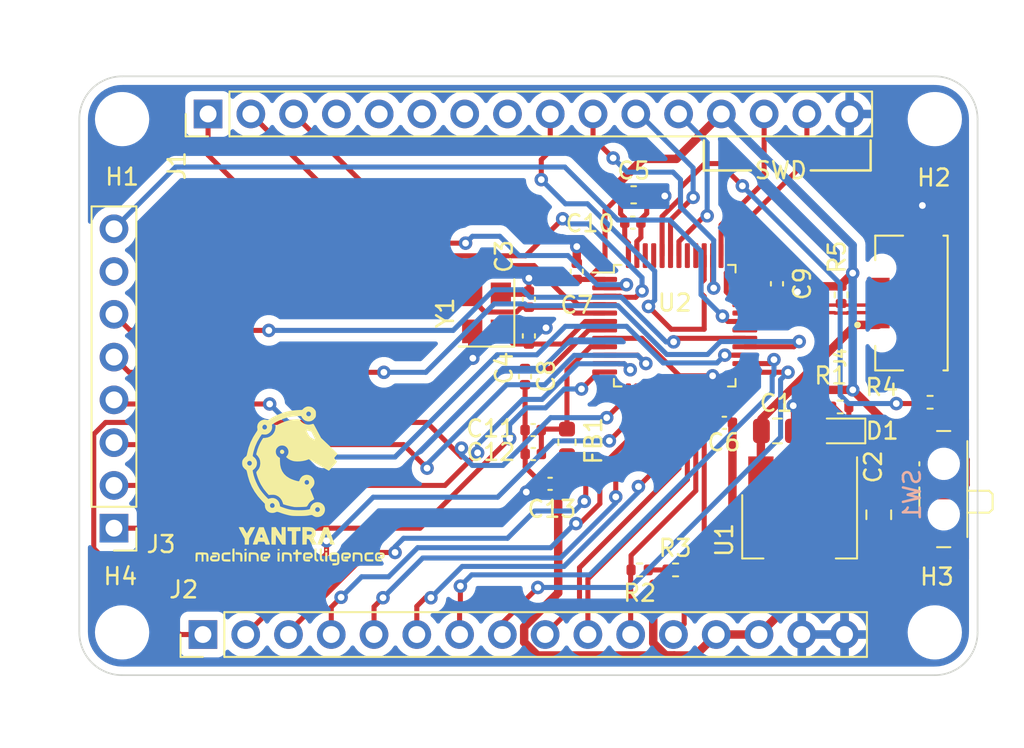
<source format=kicad_pcb>
(kicad_pcb (version 20211014) (generator pcbnew)
  (layers (0 "F.Cu" signal) (31 "B.Cu" power) (34 "B.Paste" user) (35 "F.Paste" user) (36 "B.SilkS" user "B.Silkscreen") (37 "F.SilkS" user "F.Silkscreen") (38 "B.Mask" user) (39 "F.Mask" user) (44 "Edge.Cuts" user))
  (net 0 "")
  (net 1 "VBUS")
  (net 2 "GND")
  (net 3 "+3V3")
  (net 4 "/HSE_IN")
  (net 5 "/HSE_OUT")
  (net 6 "/NRST")
  (net 7 "+3.3VA")
  (net 8 "Net-(D1-Pad1)")
  (net 9 "/I2C_SCL")
  (net 10 "/I2C_SDA")
  (net 11 "/USART1_RX")
  (net 12 "/SWDIO")
  (net 13 "/SWCLK")
  (net 14 "/USB_D-")
  (net 15 "/USB_D+")
  (net 16 "/SW_BOOT0")
  (net 17 "/BOOT0")
  (net 18 "PC13")
  (net 19 "PC14")
  (net 20 "PC15")
  (net 21 "PA0")
  (net 22 "PA1")
  (net 23 "PA2")
  (net 24 "PA3")
  (net 25 "PA4")
  (net 26 "PA5")
  (net 27 "PA6")
  (net 28 "PA7")
  (net 29 "PB0")
  (net 30 "PB1")
  (net 31 "PB2")
  (net 32 "PB12")
  (net 33 "PB13")
  (net 34 "PB14")
  (net 35 "PB15")
  (net 36 "PA8")
  (net 37 "PA9")
  (net 38 "PA10")
  (net 39 "PA15")
  (net 40 "PB3")
  (net 41 "PB4")
  (net 42 "PB5")
  (net 43 "PB8")
  (net 44 "PB9")
  (net 48 "/USART1_TX")
  (footprint "MountingHole:MountingHole_2.2mm_M2" (layer "F.Cu") (at 127.0508 73.66)
    (fp_text reference "H1")
    (fp_text value "MountingHole")
  )
  (footprint "Connector_PinHeader_2.54mm:PinHeader_1x08_P2.54mm_Vertical" (layer "F.Cu") (at 126.5682 97.9528 180)
    (fp_text reference "J3")
    (fp_text value "Conn_01x08_Male")
  )
  (footprint "LED_SMD:LED_0603_1608Metric" (layer "F.Cu") (at 169.6974 92.1766 180)
    (fp_text reference "D1")
    (fp_text value "LED")
  )
  (footprint "Connector_PinHeader_2.54mm:PinHeader_1x16_P2.54mm_Vertical" (layer "F.Cu") (at 131.8514 104.267 90)
    (fp_text reference "J2")
    (fp_text value "Conn_01x12_Male")
  )
  (footprint "Capacitor_SMD:C_0805_2012Metric" (layer "F.Cu") (at 165.9636 92.1766)
    (fp_text reference "C1")
    (fp_text value "22u")
  )
  (footprint "Capacitor_SMD:C_0402_1005Metric" (layer "F.Cu") (at 165.9382 83.439 -90)
    (fp_text reference "C9")
    (fp_text value "100nF")
  )
  (footprint "Connector_PinHeader_2.54mm:PinHeader_1x16_P2.54mm_Vertical" (layer "F.Cu") (at 132.1562 73.3552 90)
    (fp_text reference "J1")
    (fp_text value "Conn_01x12_Male")
  )
  (footprint "629105136821:WE_629105136821" (layer "F.Cu") (at 174.625 84.582 90)
    (fp_text reference "J4")
    (fp_text value "USB_B_Micro")
  )
  (footprint "Inductor_SMD:L_0603_1608Metric" (layer "F.Cu") (at 153.4676 92.8557 -90)
    (fp_text reference "FB1")
    (fp_text value "120R")
  )
  (footprint "Package_TO_SOT_SMD:SOT-223-3_TabPin2" (layer "F.Cu") (at 167.2844 97.8408 -90)
    (fp_text reference "U1")
    (fp_text value "AMS1117-3.3")
  )
  (footprint "Capacitor_SMD:C_0402_1005Metric" (layer "F.Cu") (at 162.814 91.694 180)
    (fp_text reference "C6")
    (fp_text value "100nF")
  )
  (footprint "Capacitor_SMD:C_0805_2012Metric" (layer "F.Cu") (at 171.9834 97.155 90)
    (fp_text reference "C2")
    (fp_text value "22uF")
  )
  (footprint "Capacitor_SMD:C_0402_1005Metric" (layer "F.Cu") (at 151.4676 93.5482 180)
    (fp_text reference "C12")
    (fp_text value "1u")
  )
  (footprint "Capacitor_SMD:C_0402_1005Metric" (layer "F.Cu") (at 157.3784 79.8068)
    (fp_text reference "C10")
    (fp_text value "100nF")
  )
  (footprint "Capacitor_SMD:C_0402_1005Metric" (layer "F.Cu") (at 151.2062 86.5378 -90)
    (fp_text reference "C4")
    (fp_text value "10p")
  )
  (footprint "Package_QFP:LQFP-48_7x7mm_P0.5mm" (layer "F.Cu") (at 159.8676 85.9282)
    (fp_text reference "U2")
    (fp_text value "STM32F103C8T6")
  )
  (footprint "Button_Switch_SMD:SW_SPDT_PCM12" (layer "F.Cu") (at 175.514 95.631 90)
    (fp_text reference "SW1")
    (fp_text value "SW_SPDT")
  )
  (footprint "Crystal:Crystal_SMD_3225-4Pin_3.2x2.5mm" (layer "F.Cu") (at 148.6925 85.1662 90)
    (fp_text reference "Y1")
    (fp_text value "16MHz")
  )
  (footprint "kicad_logo:logo_yantra" (layer "F.Cu") (at 137.033 95.5294)
    (fp_text reference "G***" hide)
    (fp_text value "LOGO" hide)
  )
  (footprint "Resistor_SMD:R_0402_1005Metric" (layer "F.Cu") (at 169.7482 84.0994 -90)
    (fp_text reference "R5")
    (fp_text value "1K5")
  )
  (footprint "Capacitor_SMD:C_0603_1608Metric" (layer "F.Cu") (at 157.4292 78.1558)
    (fp_text reference "C5")
    (fp_text value "10uF")
  )
  (footprint "Resistor_SMD:R_0402_1005Metric" (layer "F.Cu") (at 175.0314 90.4748 180)
    (fp_text reference "R4")
    (fp_text value "10k")
  )
  (footprint "Resistor_SMD:R_0402_1005Metric" (layer "F.Cu") (at 169.6974 90.7542 180)
    (fp_text reference "R1")
    (fp_text value "1k5")
  )
  (footprint "MountingHole:MountingHole_2.2mm_M2" (layer "F.Cu") (at 127.0508 104.14)
    (fp_text reference "H4")
    (fp_text value "MountingHole")
  )
  (footprint "Capacitor_SMD:C_0402_1005Metric" (layer "F.Cu") (at 152.4676 95.3182 180)
    (fp_text reference "C13")
    (fp_text value "1u")
  )
  (footprint "Capacitor_SMD:C_0402_1005Metric" (layer "F.Cu") (at 150.9776 88.9508 -90)
    (fp_text reference "C8")
    (fp_text value "100n")
  )
  (footprint "Resistor_SMD:R_0402_1005Metric" (layer "F.Cu") (at 157.7848 100.4316 180)
    (fp_text reference "R2")
    (fp_text value "2k2")
  )
  (footprint "Capacitor_SMD:C_0402_1005Metric" (layer "F.Cu") (at 151.4602 92.1258 180)
    (fp_text reference "C11")
    (fp_text value "10n")
  )
  (footprint "Capacitor_SMD:C_0402_1005Metric" (layer "F.Cu") (at 151.2062 84.3534 -90)
    (fp_text reference "C3")
    (fp_text value "10p")
  )
  (footprint "Capacitor_SMD:C_0402_1005Metric" (layer "F.Cu") (at 154.051 82.7024 90)
    (fp_text reference "C7")
    (fp_text value "100nF")
  )
  (footprint "MountingHole:MountingHole_2.2mm_M2" (layer "F.Cu") (at 175.3108 73.66)
    (fp_text reference "H2")
    (fp_text value "MountingHole")
  )
  (footprint "MountingHole:MountingHole_2.2mm_M2" (layer "F.Cu") (at 175.3108 104.14)
    (fp_text reference "H3")
    (fp_text value "MountingHole")
  )
  (footprint "Resistor_SMD:R_0402_1005Metric" (layer "F.Cu") (at 159.9184 100.4316)
    (fp_text reference "R3")
    (fp_text value "2k2")
  )
  (gr_line (start 161.5948 76.708) (end 164.3888 76.708) (layer "F.SilkS") (width 0.15))
  (gr_line (start 167.9448 76.708) (end 171.5008 76.708) (layer "F.SilkS") (width 0.15))
  (gr_line (start 161.5948 76.708) (end 161.5948 74.93) (layer "F.SilkS") (width 0.15))
  (gr_line (start 171.5008 76.708) (end 171.5008 74.93) (layer "F.SilkS") (width 0.15))
  (gr_line (start 175.3108 71.12) (end 127.0508 71.12) (layer "Edge.Cuts") (width 0.1))
  (gr_arc (start 175.3108 71.12) (mid 177.106851 71.863949) (end 177.8508 73.66) (layer "Edge.Cuts") (width 0.1))
  (gr_line (start 124.5108 73.66) (end 124.5108 104.1654) (layer "Edge.Cuts") (width 0.1))
  (gr_line (start 177.8508 73.66) (end 177.8508 104.14) (layer "Edge.Cuts") (width 0.1))
  (gr_arc (start 177.8508 104.14) (mid 177.106851 105.936051) (end 175.3108 106.68) (layer "Edge.Cuts") (width 0.1))
  (gr_line (start 127.0508 106.68) (end 175.3108 106.68) (layer "Edge.Cuts") (width 0.1))
  (gr_arc (start 127.0508 106.68) (mid 125.263716 105.945015) (end 124.5108 104.1654) (layer "Edge.Cuts") (width 0.1))
  (gr_arc (start 124.5108 73.66) (mid 125.254749 71.863949) (end 127.0508 71.12) (layer "Edge.Cuts") (width 0.1))
  (gr_text "SWD" (at 166.1668 76.708) (layer "F.SilkS") (effects (font (size 1 1))))
  (segment (start 164.9844 92.2058) (end 165.0136 92.1766) (width 0.3) (layer "F.Cu") (net 1))
  (segment (start 171.95 85.882) (end 170.6072 85.882) (width 0.5) (layer "F.Cu") (net 1))
  (segment (start 170.6072 85.882) (end 165.0136 91.4756) (width 0.5) (layer "F.Cu") (net 1))
  (segment (start 164.9844 94.6908) (end 164.9844 92.2058) (width 0.5) (layer "F.Cu") (net 1))
  (segment (start 165.0136 91.4756) (end 165.0136 92.1766) (width 0.3) (layer "F.Cu") (net 1))
  (segment (start 154.051 82.2224) (end 154.051 81.2292) (width 0.5) (layer "F.Cu") (net 2))
  (segment (start 165.9102 83.947) (end 165.9382 83.919) (width 0.3) (layer "F.Cu") (net 2))
  (segment (start 174.625 88.582) (end 174.625 85.782) (width 0.3) (layer "F.Cu") (net 2))
  (segment (start 166.9136 92.1766) (end 167.0702 92.1766) (width 0.3) (layer "F.Cu") (net 2))
  (segment (start 149.6083 84.0004) (end 149.5425 84.0662) (width 0.3) (layer "F.Cu") (net 2))
  (segment (start 157.8584 79.6062) (end 158.2042 79.2604) (width 0.3) (layer "F.Cu") (net 2))
  (segment (start 151.2062 83.8734) (end 151.2062 83.1088) (width 0.3) (layer "F.Cu") (net 2))
  (segment (start 174.625 83.382) (end 174.625 80.582) (width 0.3) (layer "F.Cu") (net 2))
  (segment (start 147.8425 86.2662) (end 147.8425 87.8223) (width 0.5) (layer "F.Cu") (net 2))
  (segment (start 151.2062 86.0578) (end 152.2196 86.0578) (width 0.3) (layer "F.Cu") (net 2))
  (segment (start 150.9802 89.4334) (end 150.9776 89.4308) (width 0.3) (layer "F.Cu") (net 2))
  (segment (start 174.625 78.8416) (end 174.5742 78.7908) (width 0.3) (layer "F.Cu") (net 2))
  (segment (start 150.9802 92.1258) (end 150.9802 89.4334) (width 0.3) (layer "F.Cu") (net 2))
  (segment (start 167.1548 83.919) (end 167.1574 83.9216) (width 0.3) (layer "F.Cu") (net 2))
  (segment (start 164.882 83.6782) (end 165.1508 83.947) (width 0.3) (layer "F.Cu") (net 2))
  (segment (start 158.2042 78.1558) (end 159.2072 78.1558) (width 0.3) (layer "F.Cu") (net 2))
  (segment (start 166.9136 90.6882) (end 166.9034 90.678) (width 0.3) (layer "F.Cu") (net 2))
  (segment (start 165.1508 83.947) (end 165.9102 83.947) (width 0.3) (layer "F.Cu") (net 2))
  (segment (start 150.9802 93.5408) (end 150.9876 93.5482) (width 0.3) (layer "F.Cu") (net 2))
  (segment (start 159.2072 78.1558) (end 159.27617 78.22477) (width 0.3) (layer "F.Cu") (net 2))
  (segment (start 147.8425 87.8223) (end 147.8788 87.8586) (width 0.5) (layer "F.Cu") (net 2))
  (segment (start 150.9876 94.3182) (end 151.9876 95.3182) (width 0.3) (layer "F.Cu") (net 2))
  (segment (start 162.1176 90.0907) (end 162.1176 88.904594) (width 0.3) (layer "F.Cu") (net 2))
  (segment (start 157.8584 79.8068) (end 157.8584 79.6062) (width 0.3) (layer "F.Cu") (net 2))
  (segment (start 160.150778 88.903778) (end 157.9252 86.6782) (width 0.3) (layer "F.Cu") (net 2))
  (segment (start 164.0301 83.6782) (end 164.882 83.6782) (width 0.3) (layer "F.Cu") (net 2))
  (segment (start 162.1176 90.0907) (end 162.1176 91.4776) (width 0.3) (layer "F.Cu") (net 2))
  (segment (start 169.5844 94.6908) (end 170.4692 94.6908) (width 0.5) (layer "F.Cu") (net 2))
  (segment (start 170.4692 94.6908) (end 171.9834 96.205) (width 0.5) (layer "F.Cu") (net 2))
  (segment (start 169.6974 91.2642) (end 169.1874 90.7542) (width 0.5) (layer "F.Cu") (net 2))
  (segment (start 158.2042 79.2604) (end 158.2042 78.1558) (width 0.3) (layer "F.Cu") (net 2))
  (segment (start 165.9382 83.919) (end 167.1548 83.919) (width 0.3) (layer "F.Cu") (net 2))
  (segment (start 174.625 85.782) (end 174.625 83.382) (width 0.3) (layer "F.Cu") (net 2))
  (segment (start 157.8584 79.8068) (end 157.8584 80.686359) (width 0.3) (layer "F.Cu") (net 2))
  (segment (start 157.8584 80.686359) (end 157.6176 80.927159) (width 0.3) (layer "F.Cu") (net 2))
  (segment (start 174.084 98.431) (end 174.084 97.881) (width 0.5) (layer "F.Cu") (net 2))
  (segment (start 169.9514 102.5636) (end 174.084 98.431) (width 0.5) (layer "F.Cu") (net 2))
  (segment (start 162.1176 91.4776) (end 162.334 91.694) (width 0.3) (layer "F.Cu") (net 2))
  (segment (start 174.625 80.582) (end 174.625 78.8416) (width 0.3) (layer "F.Cu") (net 2))
  (segment (start 151.0134 84.0662) (end 151.2062 83.8734) (width 0.3) (layer "F.Cu") (net 2))
  (segment (start 149.5425 84.0662) (end 151.0134 84.0662) (width 0.3) (layer "F.Cu") (net 2))
  (segment (start 157.9252 86.6782) (end 155.7051 86.6782) (width 0.3) (layer "F.Cu") (net 2))
  (segment (start 162.116784 88.903778) (end 160.150778 88.903778) (width 0.3) (layer "F.Cu") (net 2))
  (segment (start 169.5844 94.6908) (end 169.6974 94.5778) (width 0.3) (layer "F.Cu") (net 2))
  (segment (start 150.9802 92.1258) (end 150.9802 93.5408) (width 0.3) (layer "F.Cu") (net 2))
  (segment (start 167.0702 92.1766) (end 169.5844 94.6908) (width 0.5) (layer "F.Cu") (net 2))
  (segment (start 151.5444 95.3182) (end 151.0538 95.8088) (width 0.3) (layer "F.Cu") (net 2))
  (segment (start 150.9876 93.5482) (end 150.9876 94.3182) (width 0.3) (layer "F.Cu") (net 2))
  (segment (start 152.2196 86.0578) (end 152.2222 86.0552) (width 0.3) (layer "F.Cu") (net 2))
  (segment (start 169.6974 94.5778) (end 169.6974 91.2642) (width 0.5) (layer "F.Cu") (net 2))
  (segment (start 162.1176 88.904594) (end 162.116784 88.903778) (width 0.3) (layer "F.Cu") (net 2))
  (segment (start 169.9514 104.267) (end 169.9514 102.5636) (width 0.5) (layer "F.Cu") (net 2))
  (segment (start 151.9876 95.3182) (end 151.5444 95.3182) (width 0.3) (layer "F.Cu") (net 2))
  (segment (start 166.9136 92.1766) (end 166.9136 90.6882) (width 0.3) (layer "F.Cu") (net 2))
  (segment (start 157.6176 80.927159) (end 157.6176 81.7657) (width 0.3) (layer "F.Cu") (net 2))
  (via (at 151.0538 95.8088) (size 0.8) (drill 0.4) (layers "F.Cu" "B.Cu") (net 2))
  (via (at 152.2222 86.0552) (size 0.8) (drill 0.4) (layers "F.Cu" "B.Cu") (net 2))
  (via (at 147.8788 87.8586) (size 0.8) (drill 0.4) (layers "F.Cu" "B.Cu") (net 2))
  (via (at 154.051 81.2292) (size 0.8) (drill 0.4) (layers "F.Cu" "B.Cu") (net 2))
  (via (at 174.5742 78.7908) (size 0.8) (drill 0.4) (layers "F.Cu" "B.Cu") (net 2))
  (via (at 159.27617 78.22477) (size 0.8) (drill 0.4) (layers "F.Cu" "B.Cu") (net 2))
  (via (at 166.9034 90.678) (size 0.8) (drill 0.4) (layers "F.Cu" "B.Cu") (net 2))
  (via (at 167.1574 83.9216) (size 0.8) (drill 0.4) (layers "F.Cu" "B.Cu") (net 2))
  (via (at 151.2062 83.1088) (size 0.8) (drill 0.4) (layers "F.Cu" "B.Cu") (net 2))
  (via (at 162.116784 88.903778) (size 0.8) (drill 0.4) (layers "F.Cu" "B.Cu") (net 2))
  (segment (start 168.4274 90.2208) (end 168.4274 91.6941) (width 0.5) (layer "F.Cu") (net 3))
  (segment (start 168.91 89.7382) (end 168.4274 90.2208) (width 0.5) (layer "F.Cu") (net 3))
  (segment (start 173.3042 96.7842) (end 173.3042 95.9012) (width 0.3) (layer "F.Cu") (net 3))
  (segment (start 154.6886 83.1824) (end 154.051 83.1824) (width 0.3) (layer "F.Cu") (net 3))
  (segment (start 174.084 93.381) (end 170.4412 89.7382) (width 0.5) (layer "F.Cu") (net 3))
  (segment (start 162.6176 90.9134) (end 163.294 91.5898) (width 0.3) (layer "F.Cu") (net 3))
  (segment (start 156.8984 79.8068) (end 156.8984 79.53) (width 0.3) (layer "F.Cu") (net 3))
  (segment (start 164.973 82.9564) (end 165.9356 82.9564) (width 0.3) (layer "F.Cu") (net 3))
  (segment (start 172.0342 99.314) (end 172.0342 98.1558) (width 0.5) (layer "F.Cu") (net 3))
  (segment (start 163.294 91.5898) (end 163.294 91.694) (width 0.3) (layer "F.Cu") (net 3))
  (segment (start 159.4084 100.4316) (end 158.2948 100.4316) (width 0.3) (layer "F.Cu") (net 3))
  (segment (start 167.2844 100.9908) (end 163.294 97.0004) (width 0.5) (layer "F.Cu") (net 3))
  (segment (start 152.9476 95.3182) (end 152.9476 94.1632) (width 0.3) (layer "F.Cu") (net 3))
  (segment (start 172.0342 98.1558) (end 171.9834 98.105) (width 0.3) (layer "F.Cu") (net 3))
  (segment (start 164.0301 83.1782) (end 164.7512 83.1782) (width 0.3) (layer "F.Cu") (net 3))
  (segment (start 157.1176 81.0192) (end 157.1176 81.7657) (width 0.3) (layer "F.Cu") (net 3))
  (segment (start 167.414 82.959) (end 168.0444 83.5894) (width 0.5) (layer "F.Cu") (net 3))
  (segment (start 169.7482 83.4898) (end 170.434 82.804) (width 0.5) (layer "F.Cu") (net 3))
  (segment (start 168.4274 91.6941) (end 168.9099 92.1766) (width 0.5) (layer "F.Cu") (net 3))
  (segment (start 151.718943 105.5116) (end 159.8422 105.5116) (width 0.5) (layer "F.Cu") (net 3))
  (segment (start 168.0444 83.5894) (end 169.7482 83.5894) (width 0.5) (layer "F.Cu") (net 3))
  (segment (start 170.3574 100.9908) (end 172.0342 99.314) (width 0.5) (layer "F.Cu") (net 3))
  (segment (start 170.4412 89.7382) (end 168.91 89.7382) (width 0.5) (layer "F.Cu") (net 3))
  (segment (start 162.6176 90.0907) (end 162.6176 90.9134) (width 0.3) (layer "F.Cu") (net 3))
  (segment (start 156.8984 79.8068) (end 156.8984 80.8) (width 0.3) (layer "F.Cu") (net 3))
  (segment (start 156.6542 79.2858) (end 156.6542 78.1558) (width 0.3) (layer "F.Cu") (net 3))
  (segment (start 172.4152 93.6498) (end 172.684 93.381) (width 0.3) (layer "F.Cu") (net 3))
  (segment (start 159.9692 76.0222) (end 157.988 76.0222) (width 0.5) (layer "F.Cu") (net 3))
  (segment (start 165.9356 82.9564) (end 165.9382 82.959) (width 0.3) (layer "F.Cu") (net 3))
  (segment (start 154.0552 83.1782) (end 155.7051 83.1782) (width 0.3) (layer "F.Cu") (net 3))
  (segment (start 162.6362 73.3552) (end 159.9692 76.0222) (width 0.5) (layer "F.Cu") (net 3))
  (segment (start 156.8984 78.273) (end 156.6542 78.0288) (width 0.3) (layer "F.Cu") (net 3))
  (segment (start 154.051 83.1824) (end 154.0552 83.1782) (width 0.3) (layer "F.Cu") (net 3))
  (segment (start 152.9476 94.1632) (end 153.4676 93.6432) (width 0.3) (layer "F.Cu") (net 3))
  (segment (start 158.5914 101.2486) (end 158.5914 104.764057) (width 0.5) (layer "F.Cu") (net 3))
  (segment (start 171.9834 98.105) (end 173.3042 96.7842) (width 0.3) (layer "F.Cu") (net 3))
  (segment (start 161.0868 105.5116) (end 162.3314 104.267) (width 0.5) (layer "F.Cu") (net 3))
  (segment (start 163.294 97.0004) (end 163.294 91.694) (width 0.5) (layer "F.Cu") (net 3))
  (segment (start 172.684 93.381) (end 174.084 93.381) (width 0.3) (layer "F.Cu") (net 3))
  (segment (start 167.2844 101.854) (end 167.2844 100.9908) (width 0.5) (layer "F.Cu") (net 3))
  (segment (start 164.8714 104.267) (end 162.3314 104.267) (width 0.5) (layer "F.Cu") (net 3))
  (segment (start 156.8984 80.8) (end 157.1176 81.0192) (width 0.3) (layer "F.Cu") (net 3))
  (segment (start 155.7274 82.1436) (end 154.6886 83.1824) (width 0.3) (layer "F.Cu") (net 3))
  (segment (start 159.338943 105.5116) (end 159.8422 105.5116) (width 0.5) (layer "F.Cu") (net 3))
  (segment (start 169.7482 83.5894) (end 169.7482 83.4898) (width 0.5) (layer "F.Cu") (net 3))
  (segment (start 152.9476 101.793743) (end 150.9268 103.814543) (width 0.5) (layer "F.Cu") (net 3))
  (segment (start 150.9268 103.814543) (end 150.9268 104.719457) (width 0.5) (layer "F.Cu") (net 3))
  (segment (start 164.8714 104.267) (end 167.2844 101.854) (width 0.5) (layer "F.Cu") (net 3))
  (segment (start 172.4152 95.0122) (end 172.4152 93.6498) (width 0.3) (layer "F.Cu") (net 3))
  (segment (start 173.3042 95.9012) (end 172.4152 95.0122) (width 0.3) (layer "F.Cu") (net 3))
  (segment (start 156.6542 77.356) (end 156.6542 78.1558) (width 0.5) (layer "F.Cu") (net 3))
  (segment (start 150.9268 104.719457) (end 151.718943 105.5116) (width 0.5) (layer "F.Cu") (net 3))
  (segment (start 167.2844 100.9908) (end 170.3574 100.9908) (width 0.5) (layer "F.Cu") (net 3))
  (segment (start 158.5914 104.764057) (end 159.338943 105.5116) (width 0.5) (layer "F.Cu") (net 3))
  (segment (start 159.8422 105.5116) (end 161.0868 105.5116) (width 0.5) (layer "F.Cu") (net 3))
  (segment (start 152.9476 95.3182) (end 152.9476 101.793743) (width 0.5) (layer "F.Cu") (net 3))
  (segment (start 157.988 76.0222) (end 156.6542 77.356) (width 0.5) (layer "F.Cu") (net 3))
  (segment (start 159.4084 100.4316) (end 158.5914 101.2486) (width 0.3) (layer "F.Cu") (net 3))
  (segment (start 156.8984 79.53) (end 156.6542 79.2858) (width 0.3) (layer "F.Cu") (net 3))
  (segment (start 167.2844 94.6908) (end 167.2844 100.9908) (width 0.5) (layer "F.Cu") (net 3))
  (segment (start 156.6542 78.1558) (end 155.7274 79.0826) (width 0.3) (layer "F.Cu") (net 3))
  (segment (start 155.7274 79.0826) (end 155.7274 82.1436) (width 0.3) (layer "F.Cu") (net 3))
  (segment (start 164.7512 83.1782) (end 164.973 82.9564) (width 0.3) (layer "F.Cu") (net 3))
  (segment (start 165.9382 82.959) (end 167.414 82.959) (width 0.5) (layer "F.Cu") (net 3))
  (via (at 170.434 82.804) (size 0.8) (drill 0.4) (layers "F.Cu" "B.Cu") (net 3))
  (via (at 170.4412 89.7382) (size 0.8) (drill 0.4) (layers "F.Cu" "B.Cu") (net 3))
  (segment (start 162.6362 73.3552) (end 170.434 81.153) (width 0.5) (layer "B.Cu") (net 3))
  (segment (start 170.434 89.731) (end 170.4412 89.7382) (width 0.5) (layer "B.Cu") (net 3))
  (segment (start 170.434 81.153) (end 170.434 82.804) (width 0.5) (layer "B.Cu") (net 3))
  (segment (start 170.434 82.804) (end 170.434 89.731) (width 0.5) (layer "B.Cu") (net 3))
  (segment (start 150.4688 85.1162) (end 148.5925 85.1162) (width 0.3) (layer "F.Cu") (net 4))
  (segment (start 150.7516 84.8334) (end 150.4688 85.1162) (width 0.3) (layer "F.Cu") (net 4))
  (segment (start 148.5925 85.1162) (end 147.8425 84.3662) (width 0.3) (layer "F.Cu") (net 4))
  (segment (start 147.8425 84.3662) (end 147.8425 84.0662) (width 0.3) (layer "F.Cu") (net 4))
  (segment (start 151.2062 84.8334) (end 150.7516 84.8334) (width 0.3) (layer "F.Cu") (net 4))
  (segment (start 151.2062 84.8334) (end 153.5658 84.8334) (width 0.3) (layer "F.Cu") (net 4))
  (segment (start 153.5658 84.8334) (end 153.9106 85.1782) (width 0.3) (layer "F.Cu") (net 4))
  (segment (start 153.9106 85.1782) (end 155.7051 85.1782) (width 0.3) (layer "F.Cu") (net 4))
  (segment (start 153.220894 87.0178) (end 154.560494 85.6782) (width 0.3) (layer "F.Cu") (net 5))
  (segment (start 149.5425 86.2662) (end 150.2941 87.0178) (width 0.3) (layer "F.Cu") (net 5))
  (segment (start 154.560494 85.6782) (end 155.7051 85.6782) (width 0.3) (layer "F.Cu") (net 5))
  (segment (start 150.2941 87.0178) (end 151.2062 87.0178) (width 0.3) (layer "F.Cu") (net 5))
  (segment (start 151.2062 87.0178) (end 153.220894 87.0178) (width 0.3) (layer "F.Cu") (net 5))
  (segment (start 152.475 88.4708) (end 154.7676 86.1782) (width 0.3) (layer "F.Cu") (net 6))
  (segment (start 154.7676 86.1782) (end 155.7051 86.1782) (width 0.3) (layer "F.Cu") (net 6))
  (segment (start 150.9776 88.4708) (end 152.475 88.4708) (width 0.3) (layer "F.Cu") (net 6))
  (segment (start 151.9476 92.1332) (end 151.9402 92.1258) (width 0.3) (layer "F.Cu") (net 7))
  (segment (start 151.9476 93.5482) (end 151.9476 92.1332) (width 0.3) (layer "F.Cu") (net 7))
  (segment (start 151.9978 92.0682) (end 151.9402 92.1258) (width 0.3) (layer "F.Cu") (net 7))
  (segment (start 153.4676 88.577159) (end 153.4676 92.0682) (width 0.3) (layer "F.Cu") (net 7))
  (segment (start 153.4676 92.0682) (end 151.9978 92.0682) (width 0.3) (layer "F.Cu") (net 7))
  (segment (start 154.866559 87.1782) (end 153.4676 88.577159) (width 0.3) (layer "F.Cu") (net 7))
  (segment (start 155.7051 87.1782) (end 154.866559 87.1782) (width 0.3) (layer "F.Cu") (net 7))
  (segment (start 170.2074 91.8991) (end 170.4849 92.1766) (width 0.3) (layer "F.Cu") (net 8))
  (segment (start 170.2074 90.7542) (end 170.2074 91.8991) (width 0.3) (layer "F.Cu") (net 8))
  (segment (start 157.2748 99.57) (end 157.2748 100.4316) (width 0.3) (layer "F.Cu") (net 9))
  (segment (start 157.2748 100.4316) (end 157.2514 100.455) (width 0.3) (layer "F.Cu") (net 9))
  (segment (start 161.1176 90.0907) (end 161.1176 95.7272) (width 0.3) (layer "F.Cu") (net 9))
  (segment (start 161.1176 95.7272) (end 157.2748 99.57) (width 0.3) (layer "F.Cu") (net 9))
  (segment (start 157.2514 100.455) (end 157.2514 104.267) (width 0.3) (layer "F.Cu") (net 9))
  (segment (start 161.6176 90.0907) (end 161.6176 99.2424) (width 0.3) (layer "F.Cu") (net 10))
  (segment (start 161.6176 99.2424) (end 160.4284 100.4316) (width 0.3) (layer "F.Cu") (net 10))
  (segment (start 160.4284 100.4316) (end 160.4284 103.63) (width 0.3) (layer "F.Cu") (net 10))
  (segment (start 160.4284 103.63) (end 159.7914 104.267) (width 0.3) (layer "F.Cu") (net 10))
  (segment (start 160.9598 78.3082) (end 159.6176 79.6504) (width 0.3) (layer "F.Cu") (net 11))
  (segment (start 159.6176 79.6504) (end 159.6176 81.7657) (width 0.3) (layer "F.Cu") (net 11))
  (via (at 160.9598 78.3082) (size 0.8) (drill 0.4) (layers "F.Cu" "B.Cu") (net 11))
  (segment (start 157.7594 73.3552) (end 157.5562 73.3552) (width 0.3) (layer "B.Cu") (net 11))
  (segment (start 160.9598 78.3082) (end 160.9598 76.5556) (width 0.3) (layer "B.Cu") (net 11))
  (segment (start 160.9598 76.5556) (end 157.7594 73.3552) (width 0.3) (layer "B.Cu") (net 11))
  (segment (start 162.92942 83.916061) (end 162.92942 82.79242) (width 0.3) (layer "F.Cu") (net 12))
  (segment (start 163.1176 80.7224) (end 167.7162 76.1238) (width 0.3) (layer "F.Cu") (net 12))
  (segment (start 163.1176 82.60424) (end 163.1176 80.7224) (width 0.3) (layer "F.Cu") (net 12))
  (segment (start 162.92942 82.79242) (end 163.1176 82.60424) (width 0.3) (layer "F.Cu") (net 12))
  (segment (start 164.0301 84.1782) (end 163.191559 84.1782) (width 0.3) (layer "F.Cu") (net 12))
  (segment (start 167.7162 76.1238) (end 167.7162 73.3552) (width 0.3) (layer "F.Cu") (net 12))
  (segment (start 163.191559 84.1782) (end 162.92942 83.916061) (width 0.3) (layer "F.Cu") (net 12))
  (segment (start 162.6176 79.9524) (end 165.1762 77.3938) (width 0.3) (layer "F.Cu") (net 13))
  (segment (start 165.1762 77.3938) (end 165.1762 73.3552) (width 0.3) (layer "F.Cu") (net 13))
  (segment (start 162.6176 81.7657) (end 162.6176 79.9524) (width 0.3) (layer "F.Cu") (net 13))
  (segment (start 170.113383 85.1794) (end 170.139583 85.1532) (width 0.2) (layer "F.Cu") (net 14))
  (segment (start 164.055099 85.153201) (end 169.356817 85.1532) (width 0.2) (layer "F.Cu") (net 14))
  (segment (start 169.383017 85.1794) (end 170.113383 85.1794) (width 0.2) (layer "F.Cu") (net 14))
  (segment (start 169.356817 85.1532) (end 169.383017 85.1794) (width 0.2) (layer "F.Cu") (net 14))
  (segment (start 170.139583 85.1532) (end 172.0596 85.1532) (width 0.2) (layer "F.Cu") (net 14))
  (segment (start 164.0301 85.1782) (end 164.055099 85.153201) (width 0.2) (layer "F.Cu") (net 14))
  (segment (start 164.0301 84.6782) (end 164.055099 84.703199) (width 0.2) (layer "F.Cu") (net 15))
  (segment (start 169.6994 84.5058) (end 169.672 84.5332) (width 0.3) (layer "F.Cu") (net 15))
  (segment (start 164.055099 84.703199) (end 172.0596 84.7032) (width 0.2) (layer "F.Cu") (net 15))
  (segment (start 176.53 96.0882) (end 174.9552 96.0882) (width 0.3) (layer "F.Cu") (net 16))
  (segment (start 177.2412 95.377) (end 176.53 96.0882) (width 0.3) (layer "F.Cu") (net 16))
  (segment (start 175.5414 90.4748) (end 175.8188 90.7522) (width 0.3) (layer "F.Cu") (net 16))
  (segment (start 174.084 95.217) (end 174.084 94.881) (width 0.3) (layer "F.Cu") (net 16))
  (segment (start 175.8188 92.4558) (end 177.2412 93.8782) (width 0.3) (layer "F.Cu") (net 16))
  (segment (start 177.2412 93.8782) (end 177.2412 95.377) (width 0.3) (layer "F.Cu") (net 16))
  (segment (start 174.9552 96.0882) (end 174.084 95.217) (width 0.3) (layer "F.Cu") (net 16))
  (segment (start 175.8188 90.7522) (end 175.8188 92.4558) (width 0.3) (layer "F.Cu") (net 16))
  (segment (start 173.0248 90.551) (end 174.4452 90.551) (width 0.3) (layer "F.Cu") (net 17))
  (segment (start 174.4452 90.551) (end 174.5214 90.4748) (width 0.3) (layer "F.Cu") (net 17))
  (segment (start 162.56 76.3016) (end 163.884223 77.625823) (width 0.3) (layer "F.Cu") (net 17))
  (segment (start 160.2098 78.351094) (end 160.2098 77.7374) (width 0.3) (layer "F.Cu") (net 17))
  (segment (start 159.1176 79.443294) (end 160.2098 78.351094) (width 0.3) (layer "F.Cu") (net 17))
  (segment (start 159.1176 81.7657) (end 159.1176 79.443294) (width 0.3) (layer "F.Cu") (net 17))
  (segment (start 160.2098 77.7374) (end 161.6456 76.3016) (width 0.3) (layer "F.Cu") (net 17))
  (segment (start 161.6456 76.3016) (end 162.56 76.3016) (width 0.3) (layer "F.Cu") (net 17))
  (via (at 163.884223 77.625823) (size 0.8) (drill 0.4) (layers "F.Cu" "B.Cu") (net 17))
  (via (at 173.0248 90.551) (size 0.8) (drill 0.4) (layers "F.Cu" "B.Cu") (net 17))
  (segment (start 169.6912 90.048861) (end 170.193339 90.551) (width 0.3) (layer "B.Cu") (net 17))
  (segment (start 170.193339 90.551) (end 173.0248 90.551) (width 0.3) (layer "B.Cu") (net 17))
  (segment (start 163.884223 77.625823) (end 169.6912 83.4328) (width 0.3) (layer "B.Cu") (net 17))
  (segment (start 169.6912 83.4328) (end 169.6912 90.048861) (width 0.3) (layer "B.Cu") (net 17))
  (segment (start 156.811154 83.6782) (end 156.999054 83.4903) (width 0.3) (layer "F.Cu") (net 18))
  (segment (start 144.907 81.026) (end 137.2362 73.3552) (width 0.3) (layer "F.Cu") (net 18))
  (segment (start 155.7051 83.6782) (end 156.811154 83.6782) (width 0.3) (layer "F.Cu") (net 18))
  (segment (start 147.447 81.026) (end 144.907 81.026) (width 0.3) (layer "F.Cu") (net 18))
  (via (at 147.447 81.026) (size 0.8) (drill 0.4) (layers "F.Cu" "B.Cu") (net 18))
  (via (at 156.999054 83.4903) (size 0.8) (drill 0.4) (layers "F.Cu" "B.Cu") (net 18))
  (segment (start 150.622 81.7626) (end 153.523739 81.7626) (width 0.3) (layer "B.Cu") (net 18))
  (segment (start 147.447 81.026) (end 147.8534 80.6196) (width 0.3) (layer "B.Cu") (net 18))
  (segment (start 155.251439 83.4903) (end 156.999054 83.4903) (width 0.3) (layer "B.Cu") (net 18))
  (segment (start 149.479 80.6196) (end 150.622 81.7626) (width 0.3) (layer "B.Cu") (net 18))
  (segment (start 147.8534 80.6196) (end 149.479 80.6196) (width 0.3) (layer "B.Cu") (net 18))
  (segment (start 153.523739 81.7626) (end 155.251439 83.4903) (width 0.3) (layer "B.Cu") (net 18))
  (segment (start 156.626293 84.1782) (end 155.7051 84.1782) (width 0.3) (layer "F.Cu") (net 19))
  (segment (start 153.2128 79.5782) (end 151.015 81.776) (width 0.3) (layer "F.Cu") (net 19))
  (segment (start 151.015 81.776) (end 143.117 81.776) (width 0.3) (layer "F.Cu") (net 19))
  (segment (start 143.117 81.776) (end 134.6962 73.3552) (width 0.3) (layer "F.Cu") (net 19))
  (segment (start 157.548397 84.2403) (end 156.688393 84.2403) (width 0.3) (layer "F.Cu") (net 19))
  (segment (start 157.926987 83.86171) (end 157.548397 84.2403) (width 0.3) (layer "F.Cu") (net 19))
  (segment (start 156.688393 84.2403) (end 156.626293 84.1782) (width 0.3) (layer "F.Cu") (net 19))
  (via (at 153.2128 79.5782) (size 0.8) (drill 0.4) (layers "F.Cu" "B.Cu") (net 19))
  (via (at 157.926987 83.86171) (size 0.8) (drill 0.4) (layers "F.Cu" "B.Cu") (net 19))
  (segment (start 157.926987 83.073687) (end 157.926987 83.86171) (width 0.3) (layer "B.Cu") (net 19))
  (segment (start 153.5176 79.883) (end 154.7363 79.883) (width 0.3) (layer "B.Cu") (net 19))
  (segment (start 153.2128 79.5782) (end 153.5176 79.883) (width 0.3) (layer "B.Cu") (net 19))
  (segment (start 154.7363 79.883) (end 157.926987 83.073687) (width 0.3) (layer "B.Cu") (net 19))
  (segment (start 139.4968 82.3722) (end 138.7348 82.3722) (width 0.3) (layer "F.Cu") (net 20))
  (segment (start 151.9562 82.798139) (end 151.516861 82.3588) (width 0.3) (layer "F.Cu") (net 20))
  (segment (start 138.7348 82.3722) (end 132.1562 75.7936) (width 0.3) (layer "F.Cu") (net 20))
  (segment (start 139.5102 82.3588) (end 139.4968 82.3722) (width 0.3) (layer "F.Cu") (net 20))
  (segment (start 151.516861 82.3588) (end 139.5102 82.3588) (width 0.3) (layer "F.Cu") (net 20))
  (segment (start 153.4414 84.3026) (end 151.9562 82.8174) (width 0.3) (layer "F.Cu") (net 20))
  (segment (start 151.9562 82.8174) (end 151.9562 82.798139) (width 0.3) (layer "F.Cu") (net 20))
  (segment (start 154.117706 84.6782) (end 153.742106 84.3026) (width 0.3) (layer "F.Cu") (net 20))
  (segment (start 132.1562 75.7936) (end 132.1562 73.3552) (width 0.3) (layer "F.Cu") (net 20))
  (segment (start 155.7051 84.6782) (end 154.117706 84.6782) (width 0.3) (layer "F.Cu") (net 20))
  (segment (start 153.742106 84.3026) (end 153.4414 84.3026) (width 0.3) (layer "F.Cu") (net 20))
  (segment (start 157.659021 87.6782) (end 155.7051 87.6782) (width 0.3) (layer "F.Cu") (net 21))
  (segment (start 143.764 92.9894) (end 126.6848 92.9894) (width 0.3) (layer "F.Cu") (net 21))
  (segment (start 145.161 94.3864) (end 143.764 92.9894) (width 0.3) (layer "F.Cu") (net 21))
  (segment (start 158.154015 88.173194) (end 157.659021 87.6782) (width 0.3) (layer "F.Cu") (net 21))
  (segment (start 126.6848 92.9894) (end 126.5682 92.8728) (width 0.3) (layer "F.Cu") (net 21))
  (via (at 145.161 94.3864) (size 0.8) (drill 0.4) (layers "F.Cu" "B.Cu") (net 21))
  (via (at 158.154015 88.173194) (size 0.8) (drill 0.4) (layers "F.Cu" "B.Cu") (net 21))
  (segment (start 149.8854 89.4334) (end 152.154188 89.4334) (width 0.3) (layer "B.Cu") (net 21))
  (segment (start 145.161 94.3864) (end 145.161 94.1578) (width 0.3) (layer "B.Cu") (net 21))
  (segment (start 145.161 94.1578) (end 149.8854 89.4334) (width 0.3) (layer "B.Cu") (net 21))
  (segment (start 153.898788 87.6888) (end 157.669621 87.6888) (width 0.3) (layer "B.Cu") (net 21))
  (segment (start 157.669621 87.6888) (end 158.154015 88.173194) (width 0.3) (layer "B.Cu") (net 21))
  (segment (start 152.154188 89.4334) (end 153.898788 87.6888) (width 0.3) (layer "B.Cu") (net 21))
  (segment (start 156.554241 88.1888) (end 156.543641 88.1782) (width 0.3) (layer "F.Cu") (net 22))
  (segment (start 148.161623 93.475423) (end 146.224246 95.4128) (width 0.3) (layer "F.Cu") (net 22))
  (segment (start 146.224246 95.4128) (end 126.5682 95.4128) (width 0.3) (layer "F.Cu") (net 22))
  (segment (start 156.543641 88.1782) (end 155.7051 88.1782) (width 0.3) (layer "F.Cu") (net 22))
  (segment (start 157.226 88.5444) (end 156.8704 88.1888) (width 0.3) (layer "F.Cu") (net 22))
  (segment (start 156.8704 88.1888) (end 156.554241 88.1888) (width 0.3) (layer "F.Cu") (net 22))
  (via (at 157.226 88.5444) (size 0.8) (drill 0.4) (layers "F.Cu" "B.Cu") (net 22))
  (via (at 148.161623 93.475423) (size 0.8) (drill 0.4) (layers "F.Cu" "B.Cu") (net 22))
  (segment (start 148.161623 92.990071) (end 150.846694 90.305) (width 0.3) (layer "B.Cu") (net 22))
  (segment (start 154.105894 88.1888) (end 156.8704 88.1888) (width 0.3) (layer "B.Cu") (net 22))
  (segment (start 156.8704 88.1888) (end 157.226 88.5444) (width 0.3) (layer "B.Cu") (net 22))
  (segment (start 148.161623 93.475423) (end 148.161623 92.990071) (width 0.3) (layer "B.Cu") (net 22))
  (segment (start 151.989694 90.305) (end 154.105894 88.1888) (width 0.3) (layer "B.Cu") (net 22))
  (segment (start 150.846694 90.305) (end 151.989694 90.305) (width 0.3) (layer "B.Cu") (net 22))
  (segment (start 155.7051 88.6782) (end 155.3396 88.6782) (width 0.3) (layer "F.Cu") (net 23))
  (segment (start 150.0632 92.6338) (end 144.7442 97.9528) (width 0.3) (layer "F.Cu") (net 23))
  (segment (start 155.3396 88.6782) (end 154.3304 89.6874) (width 0.3) (layer "F.Cu") (net 23))
  (segment (start 144.7442 97.9528) (end 126.5682 97.9528) (width 0.3) (layer "F.Cu") (net 23))
  (via (at 150.0632 92.6338) (size 0.8) (drill 0.4) (layers "F.Cu" "B.Cu") (net 23))
  (via (at 154.3304 89.6874) (size 0.8) (drill 0.4) (layers "F.Cu" "B.Cu") (net 23))
  (segment (start 153.3144 89.6874) (end 154.3304 89.6874) (width 0.3) (layer "B.Cu") (net 23))
  (segment (start 152.1968 90.805) (end 153.3144 89.6874) (width 0.3) (layer "B.Cu") (net 23))
  (segment (start 150.0632 91.7956) (end 151.0538 90.805) (width 0.3) (layer "B.Cu") (net 23))
  (segment (start 150.0632 92.6338) (end 150.0632 91.7956) (width 0.3) (layer "B.Cu") (net 23))
  (segment (start 151.0538 90.805) (end 152.1968 90.805) (width 0.3) (layer "B.Cu") (net 23))
  (segment (start 130.4824 104.267) (end 131.8514 104.267) (width 0.3) (layer "F.Cu") (net 24))
  (segment (start 145.145876 91.6728) (end 126.071143 91.6728) (width 0.3) (layer "F.Cu") (net 24))
  (segment (start 125.3682 99.1528) (end 130.4824 104.267) (width 0.3) (layer "F.Cu") (net 24))
  (segment (start 125.3682 92.375743) (end 125.3682 99.1528) (width 0.3) (layer "F.Cu") (net 24))
  (segment (start 147.201508 93.728432) (end 145.145876 91.6728) (width 0.3) (layer "F.Cu") (net 24))
  (segment (start 157.1176 90.1006) (end 155.829 91.3892) (width 0.3) (layer "F.Cu") (net 24))
  (segment (start 126.071143 91.6728) (end 125.3682 92.375743) (width 0.3) (layer "F.Cu") (net 24))
  (segment (start 147.201508 93.197603) (end 147.201508 93.728432) (width 0.3) (layer "F.Cu") (net 24))
  (segment (start 157.1176 90.0907) (end 157.1176 90.1006) (width 0.3) (layer "F.Cu") (net 24))
  (via (at 155.829 91.3892) (size 0.8) (drill 0.4) (layers "F.Cu" "B.Cu") (net 24))
  (via (at 147.201508 93.197603) (size 0.8) (drill 0.4) (layers "F.Cu" "B.Cu") (net 24))
  (segment (start 147.850962 94.225423) (end 149.665377 94.225423) (width 0.3) (layer "B.Cu") (net 24))
  (segment (start 147.201508 93.197603) (end 147.201508 93.575969) (width 0.3) (layer "B.Cu") (net 24))
  (segment (start 152.5016 91.3892) (end 155.829 91.3892) (width 0.3) (layer "B.Cu") (net 24))
  (segment (start 149.665377 94.225423) (end 152.5016 91.3892) (width 0.3) (layer "B.Cu") (net 24))
  (segment (start 147.201508 93.575969) (end 147.850962 94.225423) (width 0.3) (layer "B.Cu") (net 24))
  (segment (start 139.192 98.7023) (end 139.192 99.4664) (width 0.3) (layer "F.Cu") (net 25))
  (segment (start 157.6176 90.0907) (end 157.6176 91.13554) (width 0.3) (layer "F.Cu") (net 25))
  (segment (start 157.6176 91.13554) (end 155.98687 92.76627) (width 0.3) (layer "F.Cu") (net 25))
  (segment (start 139.192 99.4664) (end 134.3914 104.267) (width 0.3) (layer "F.Cu") (net 25))
  (via (at 155.98687 92.76627) (size 0.8) (drill 0.4) (layers "F.Cu" "B.Cu") (net 25))
  (via (at 139.192 98.7023) (size 0.8) (drill 0.4) (layers "F.Cu" "B.Cu") (net 25))
  (segment (start 139.192 98.7023) (end 139.3719 98.7023) (width 0.3) (layer "B.Cu") (net 25))
  (segment (start 141.9606 96.1136) (end 149.352 96.1136) (width 0.3) (layer "B.Cu") (net 25))
  (segment (start 139.3719 98.7023) (end 141.9606 96.1136) (width 0.3) (layer "B.Cu") (net 25))
  (segment (start 152.69933 92.76627) (end 155.98687 92.76627) (width 0.3) (layer "B.Cu") (net 25))
  (segment (start 149.352 96.1136) (end 152.69933 92.76627) (width 0.3) (layer "B.Cu") (net 25))
  (segment (start 154.5844 95.228694) (end 154.5844 96.266) (width 0.3) (layer "F.Cu") (net 26))
  (segment (start 154.5844 96.272846) (end 154.498923 96.358323) (width 0.3) (layer "F.Cu") (net 26))
  (segment (start 154.5844 96.266) (end 154.5844 96.272846) (width 0.3) (layer "F.Cu") (net 26))
  (segment (start 143.259423 99.393623) (end 141.658516 99.393623) (width 0.3) (layer "F.Cu") (net 26))
  (segment (start 136.9314 104.120739) (end 136.9314 104.267) (width 0.3) (layer "F.Cu") (net 26))
  (segment (start 158.1176 91.695494) (end 154.5844 95.228694) (width 0.3) (layer "F.Cu") (net 26))
  (segment (start 141.658516 99.393623) (end 136.9314 104.120739) (width 0.3) (layer "F.Cu") (net 26))
  (segment (start 158.1176 90.0907) (end 158.1176 91.695494) (width 0.3) (layer "F.Cu") (net 26))
  (via (at 143.259423 99.393623) (size 0.8) (drill 0.4) (layers "F.Cu" "B.Cu") (net 26))
  (via (at 154.498923 96.358323) (size 0.8) (drill 0.4) (layers "F.Cu" "B.Cu") (net 26))
  (segment (start 143.259423 99.393623) (end 143.259423 99.056577) (width 0.3) (layer "B.Cu") (net 26))
  (segment (start 149.9362 98.552) (end 151.55703 96.93117) (width 0.3) (layer "B.Cu") (net 26))
  (segment (start 143.764 98.552) (end 149.9362 98.552) (width 0.3) (layer "B.Cu") (net 26))
  (segment (start 153.926076 96.93117) (end 154.498923 96.358323) (width 0.3) (layer "B.Cu") (net 26))
  (segment (start 143.259423 99.056577) (end 143.764 98.552) (width 0.3) (layer "B.Cu") (net 26))
  (segment (start 151.55703 96.93117) (end 153.926076 96.93117) (width 0.3) (layer "B.Cu") (net 26))
  (segment (start 154.240345 97.676855) (end 155.4226 96.4946) (width 0.3) (layer "F.Cu") (net 27))
  (segment (start 140.0556 102.0572) (end 139.4714 102.6414) (width 0.3) (layer "F.Cu") (net 27))
  (segment (start 158.6176 91.9026) (end 158.6176 90.0907) (width 0.3) (layer "F.Cu") (net 27))
  (segment (start 155.4226 96.4946) (end 155.4226 95.0976) (width 0.3) (layer "F.Cu") (net 27))
  (segment (start 155.4226 95.0976) (end 158.6176 91.9026) (width 0.3) (layer "F.Cu") (net 27))
  (segment (start 139.4714 102.6414) (end 139.4714 104.267) (width 0.3) (layer "F.Cu") (net 27))
  (segment (start 154.001603 97.676855) (end 154.240345 97.676855) (width 0.3) (layer "F.Cu") (net 27))
  (via (at 154.001603 97.676855) (size 0.8) (drill 0.4) (layers "F.Cu" "B.Cu") (net 27))
  (via (at 140.0556 102.0572) (size 0.8) (drill 0.4) (layers "F.Cu" "B.Cu") (net 27))
  (segment (start 153.935545 97.676855) (end 152.5016 99.1108) (width 0.3) (layer "B.Cu") (net 27))
  (segment (start 154.001603 97.676855) (end 153.935545 97.676855) (width 0.3) (layer "B.Cu") (net 27))
  (segment (start 141.2748 100.838) (end 140.0556 102.0572) (width 0.3) (layer "B.Cu") (net 27))
  (segment (start 144.6022 99.1108) (end 142.875 100.838) (width 0.3) (layer "B.Cu") (net 27))
  (segment (start 152.5016 99.1108) (end 144.6022 99.1108) (width 0.3) (layer "B.Cu") (net 27))
  (segment (start 142.875 100.838) (end 141.2748 100.838) (width 0.3) (layer "B.Cu") (net 27))
  (segment (start 142.5448 102.0826) (end 142.0114 102.616) (width 0.3) (layer "F.Cu") (net 28))
  (segment (start 156.365823 95.043377) (end 159.1176 92.2916) (width 0.3) (layer "F.Cu") (net 28))
  (segment (start 156.365823 96.091623) (end 156.365823 95.043377) (width 0.3) (layer "F.Cu") (net 28))
  (segment (start 159.1176 92.2916) (end 159.1176 90.0907) (width 0.3) (layer "F.Cu") (net 28))
  (segment (start 142.0114 102.616) (end 142.0114 104.267) (width 0.3) (layer "F.Cu") (net 28))
  (via (at 156.365823 96.091623) (size 0.8) (drill 0.4) (layers "F.Cu" "B.Cu") (net 28))
  (via (at 142.5448 102.0826) (size 0.8) (drill 0.4) (layers "F.Cu" "B.Cu") (net 28))
  (segment (start 144.9044 99.723) (end 153.087294 99.723) (width 0.3) (layer "B.Cu") (net 28))
  (segment (start 153.087294 99.723) (end 156.365823 96.444471) (width 0.3) (layer "B.Cu") (net 28))
  (segment (start 142.5448 102.0826) (end 144.9044 99.723) (width 0.3) (layer "B.Cu") (net 28))
  (segment (start 156.365823 96.444471) (end 156.365823 96.091623) (width 0.3) (layer "B.Cu") (net 28))
  (segment (start 144.5514 102.5906) (end 144.5514 104.267) (width 0.3) (layer "F.Cu") (net 29))
  (segment (start 145.3896 102.0826) (end 145.0594 102.0826) (width 0.3) (layer "F.Cu") (net 29))
  (segment (start 157.712023 95.482023) (end 159.6176 93.576446) (width 0.3) (layer "F.Cu") (net 29))
  (segment (start 145.0594 102.0826) (end 144.5514 102.5906) (width 0.3) (layer "F.Cu") (net 29))
  (segment (start 159.6176 93.576446) (end 159.6176 90.0907) (width 0.3) (layer "F.Cu") (net 29))
  (via (at 157.712023 95.482023) (size 0.8) (drill 0.4) (layers "F.Cu" "B.Cu") (net 29))
  (via (at 145.3896 102.0826) (size 0.8) (drill 0.4) (layers "F.Cu" "B.Cu") (net 29))
  (segment (start 147.2492 100.223) (end 145.3896 102.0826) (width 0.3) (layer "B.Cu") (net 29))
  (segment (start 157.712023 95.482023) (end 157.712023 95.805377) (width 0.3) (layer "B.Cu") (net 29))
  (segment (start 153.2944 100.223) (end 147.2492 100.223) (width 0.3) (layer "B.Cu") (net 29))
  (segment (start 157.712023 95.805377) (end 153.2944 100.223) (width 0.3) (layer "B.Cu") (net 29))
  (segment (start 152.1714 104.267) (end 154.2114 102.227) (width 0.3) (layer "F.Cu") (net 30))
  (segment (start 154.2114 100.2966) (end 160.1176 94.3904) (width 0.3) (layer "F.Cu") (net 30))
  (segment (start 154.2114 102.227) (end 154.2114 100.2966) (width 0.3) (layer "F.Cu") (net 30))
  (segment (start 160.1176 94.3904) (end 160.1176 90.0907) (width 0.3) (layer "F.Cu") (net 30))
  (segment (start 154.7114 100.965) (end 154.7114 104.267) (width 0.3) (layer "F.Cu") (net 31))
  (segment (start 160.6176 90.0907) (end 160.6176 95.0588) (width 0.3) (layer "F.Cu") (net 31))
  (segment (start 160.6176 95.0588) (end 154.7114 100.965) (width 0.3) (layer "F.Cu") (net 31))
  (segment (start 164.044912 88.693012) (end 164.0301 88.6782) (width 0.3) (layer "F.Cu") (net 32))
  (segment (start 149.6314 103.5807) (end 149.6314 104.267) (width 0.3) (layer "F.Cu") (net 32))
  (segment (start 151.7396 101.4725) (end 149.6314 103.5807) (width 0.3) (layer "F.Cu") (net 32))
  (segment (start 166.594812 88.693012) (end 164.044912 88.693012) (width 0.3) (layer "F.Cu") (net 32))
  (via (at 166.594812 88.693012) (size 0.8) (drill 0.4) (layers "F.Cu" "B.Cu") (net 32))
  (via (at 151.7396 101.4725) (size 0.8) (drill 0.4) (layers "F.Cu" "B.Cu") (net 32))
  (segment (start 151.7401 101.473) (end 157.226 101.473) (width 0.3) (layer "B.Cu") (net 32))
  (segment (start 157.226 101.473) (end 166.1534 92.5456) (width 0.3) (layer "B.Cu") (net 32))
  (segment (start 166.1534 89.134424) (end 166.594812 88.693012) (width 0.3) (layer "B.Cu") (net 32))
  (segment (start 166.1534 92.5456) (end 166.1534 89.134424) (width 0.3) (layer "B.Cu") (net 32))
  (segment (start 151.7396 101.4725) (end 151.7401 101.473) (width 0.3) (layer "B.Cu") (net 32))
  (segment (start 165.7604 87.943512) (end 165.525712 88.1782) (width 0.3) (layer "F.Cu") (net 33))
  (segment (start 165.525712 88.1782) (end 164.0301 88.1782) (width 0.3) (layer "F.Cu") (net 33))
  (segment (start 147.0914 102.8192) (end 147.0914 104.267) (width 0.3) (layer "F.Cu") (net 33))
  (segment (start 147.138777 102.771823) (end 147.0914 102.8192) (width 0.3) (layer "F.Cu") (net 33))
  (segment (start 147.138777 101.393377) (end 147.138777 102.771823) (width 0.3) (layer "F.Cu") (net 33))
  (via (at 165.7604 87.943512) (size 0.8) (drill 0.4) (layers "F.Cu" "B.Cu") (net 33))
  (via (at 147.138777 101.393377) (size 0.8) (drill 0.4) (layers "F.Cu" "B.Cu") (net 33))
  (segment (start 165.6534 88.927317) (end 165.7604 88.820317) (width 0.3) (layer "B.Cu") (net 33))
  (segment (start 147.809154 100.723) (end 154.8264 100.723) (width 0.3) (layer "B.Cu") (net 33))
  (segment (start 154.8264 100.723) (end 165.6534 89.896) (width 0.3) (layer "B.Cu") (net 33))
  (segment (start 165.6534 89.896) (end 165.6534 88.927317) (width 0.3) (layer "B.Cu") (net 33))
  (segment (start 165.7604 88.820317) (end 165.7604 87.943512) (width 0.3) (layer "B.Cu") (net 33))
  (segment (start 147.138777 101.393377) (end 147.809154 100.723) (width 0.3) (layer "B.Cu") (net 33))
  (segment (start 164.0301 87.6782) (end 162.844552 87.6782) (width 0.3) (layer "F.Cu") (net 34))
  (segment (start 162.844552 87.6782) (end 162.840883 87.674531) (width 0.3) (layer "F.Cu") (net 34))
  (segment (start 126.8118 90.5764) (end 126.5682 90.3328) (width 0.3) (layer "F.Cu") (net 34))
  (segment (start 135.8138 90.5764) (end 126.8118 90.5764) (width 0.3) (layer "F.Cu") (net 34))
  (via (at 135.8138 90.5764) (size 0.8) (drill 0.4) (layers "F.Cu" "B.Cu") (net 34))
  (via (at 162.840883 87.674531) (size 0.8) (drill 0.4) (layers "F.Cu" "B.Cu") (net 34))
  (segment (start 135.8138 90.5764) (end 138.9634 93.726) (width 0.3) (layer "B.Cu") (net 34))
  (segment (start 157.007082 85.9656) (end 159.179482 88.138) (width 0.3) (layer "B.Cu") (net 34))
  (segment (start 153.372461 85.9656) (end 157.007082 85.9656) (width 0.3) (layer "B.Cu") (net 34))
  (segment (start 138.9634 93.726) (end 143.256 93.726) (width 0.3) (layer "B.Cu") (net 34))
  (segment (start 143.256 93.726) (end 149.3266 87.6554) (width 0.3) (layer "B.Cu") (net 34))
  (segment (start 162.377414 88.138) (end 162.840883 87.674531) (width 0.3) (layer "B.Cu") (net 34))
  (segment (start 159.179482 88.138) (end 162.377414 88.138) (width 0.3) (layer "B.Cu") (net 34))
  (segment (start 149.3266 87.6554) (end 151.682661 87.6554) (width 0.3) (layer "B.Cu") (net 34))
  (segment (start 151.682661 87.6554) (end 153.372461 85.9656) (width 0.3) (layer "B.Cu") (net 34))
  (segment (start 164.0301 87.1782) (end 166.9488 87.1782) (width 0.3) (layer "F.Cu") (net 35))
  (segment (start 127.4722 88.6968) (end 126.5682 87.7928) (width 0.3) (layer "F.Cu") (net 35))
  (segment (start 142.5956 88.6968) (end 127.4722 88.6968) (width 0.3) (layer "F.Cu") (net 35))
  (segment (start 166.9488 87.1782) (end 167.259 86.868) (width 0.3) (layer "F.Cu") (net 35))
  (via (at 167.259 86.868) (size 0.8) (drill 0.4) (layers "F.Cu" "B.Cu") (net 35))
  (via (at 142.5956 88.6968) (size 0.8) (drill 0.4) (layers "F.Cu" "B.Cu") (net 35))
  (segment (start 142.5956 88.6968) (end 145.0848 88.6968) (width 0.3) (layer "B.Cu") (net 35))
  (segment (start 156.4948 84.7398) (end 159.393 87.638) (width 0.3) (layer "B.Cu") (net 35))
  (segment (start 159.393 87.638) (end 161.816753 87.638) (width 0.3) (layer "B.Cu") (net 35))
  (segment (start 161.816753 87.638) (end 162.586753 86.868) (width 0.3) (layer "B.Cu") (net 35))
  (segment (start 150.962432 84.6328) (end 151.069432 84.7398) (width 0.3) (layer "B.Cu") (net 35))
  (segment (start 151.069432 84.7398) (end 156.4948 84.7398) (width 0.3) (layer "B.Cu") (net 35))
  (segment (start 162.586753 86.868) (end 167.259 86.868) (width 0.3) (layer "B.Cu") (net 35))
  (segment (start 149.1488 84.6328) (end 150.962432 84.6328) (width 0.3) (layer "B.Cu") (net 35))
  (segment (start 145.0848 88.6968) (end 149.1488 84.6328) (width 0.3) (layer "B.Cu") (net 35))
  (segment (start 127.523 86.2076) (end 126.5682 85.2528) (width 0.3) (layer "F.Cu") (net 36))
  (segment (start 159.800677 86.8885) (end 160.010977 86.6782) (width 0.3) (layer "F.Cu") (net 36))
  (segment (start 135.763 86.2076) (end 127.523 86.2076) (width 0.3) (layer "F.Cu") (net 36))
  (segment (start 160.010977 86.6782) (end 164.0301 86.6782) (width 0.3) (layer "F.Cu") (net 36))
  (via (at 159.800677 86.8885) (size 0.8) (drill 0.4) (layers "F.Cu" "B.Cu") (net 36))
  (via (at 135.763 86.2076) (size 0.8) (drill 0.4) (layers "F.Cu" "B.Cu") (net 36))
  (segment (start 149.1234 83.7946) (end 146.7104 86.2076) (width 0.3) (layer "B.Cu") (net 36))
  (segment (start 156.701906 84.2398) (end 151.276539 84.2398) (width 0.3) (layer "B.Cu") (net 36))
  (segment (start 150.831339 83.7946) (end 149.1234 83.7946) (width 0.3) (layer "B.Cu") (net 36))
  (segment (start 159.350606 86.8885) (end 156.701906 84.2398) (width 0.3) (layer "B.Cu") (net 36))
  (segment (start 146.7104 86.2076) (end 135.763 86.2076) (width 0.3) (layer "B.Cu") (net 36))
  (segment (start 159.800677 86.8885) (end 159.350606 86.8885) (width 0.3) (layer "B.Cu") (net 36))
  (segment (start 151.276539 84.2398) (end 150.831339 83.7946) (width 0.3) (layer "B.Cu") (net 36))
  (segment (start 163.021745 85.6782) (end 164.0301 85.6782) (width 0.3) (layer "F.Cu") (net 38))
  (segment (start 162.701244 85.357699) (end 163.021745 85.6782) (width 0.3) (layer "F.Cu") (net 38))
  (via (at 162.701244 85.357699) (size 0.8) (drill 0.4) (layers "F.Cu" "B.Cu") (net 38))
  (segment (start 159.57172 79.6544) (end 156.4894 79.6544) (width 0.3) (layer "B.Cu") (net 38))
  (segment (start 156.4894 79.6544) (end 153.3398 76.5048) (width 0.3) (layer "B.Cu") (net 38))
  (segment (start 162.701244 85.357699) (end 161.42992 84.086375) (width 0.3) (layer "B.Cu") (net 38))
  (segment (start 161.42992 84.086375) (end 161.42992 81.5126) (width 0.3) (layer "B.Cu") (net 38))
  (segment (start 153.3398 76.5048) (end 130.2362 76.5048) (width 0.3) (layer "B.Cu") (net 38))
  (segment (start 161.42992 81.5126) (end 159.57172 79.6544) (width 0.3) (layer "B.Cu") (net 38))
  (segment (start 130.2362 76.5048) (end 126.5682 80.1728) (width 0.3) (layer "B.Cu") (net 38))
  (segment (start 162.17992 83.693) (end 162.1176 83.63068) (width 0.3) (layer "F.Cu") (net 39))
  (segment (start 156.21 75.9714) (end 155.0162 74.7776) (width 0.3) (layer "F.Cu") (net 39))
  (segment (start 162.1176 83.63068) (end 162.1176 81.7657) (width 0.3) (layer "F.Cu") (net 39))
  (segment (start 155.0162 74.7776) (end 155.0162 73.3552) (width 0.3) (layer "F.Cu") (net 39))
  (via (at 162.17992 83.693) (size 0.8) (drill 0.4) (layers "F.Cu" "B.Cu") (net 39))
  (via (at 156.21 75.9714) (size 0.8) (drill 0.4) (layers "F.Cu" "B.Cu") (net 39))
  (segment (start 156.21 75.9714) (end 157.0482 76.8096) (width 0.3) (layer "B.Cu") (net 39))
  (segment (start 159.766 76.8096) (end 160.2098 77.2534) (width 0.3) (layer "B.Cu") (net 39))
  (segment (start 160.2098 78.879707) (end 162.17992 80.849827) (width 0.3) (layer "B.Cu") (net 39))
  (segment (start 160.2098 77.2534) (end 160.2098 78.879707) (width 0.3) (layer "B.Cu") (net 39))
  (segment (start 162.17992 80.849827) (end 162.17992 83.693) (width 0.3) (layer "B.Cu") (net 39))
  (segment (start 157.0482 76.8096) (end 159.766 76.8096) (width 0.3) (layer "B.Cu") (net 39))
  (segment (start 161.6176 84.191341) (end 161.42992 84.003661) (width 0.3) (layer "F.Cu") (net 40))
  (segment (start 152.4762 75.5396) (end 152.4762 73.3552) (width 0.3) (layer "F.Cu") (net 40))
  (segment (start 151.9428 77.2543) (end 151.9428 76.073) (width 0.3) (layer "F.Cu") (net 40))
  (segment (start 151.9428 76.073) (end 152.4762 75.5396) (width 0.3) (layer "F.Cu") (net 40))
  (segment (start 161.42992 83.382339) (end 161.6176 83.194659) (width 0.3) (layer "F.Cu") (net 40))
  (segment (start 159.660561 86.1385) (end 161.6176 86.1385) (width 0.3) (layer "F.Cu") (net 40))
  (segment (start 158.307859 84.785798) (end 159.660561 86.1385) (width 0.3) (layer "F.Cu") (net 40))
  (segment (start 161.6176 86.1385) (end 161.6176 84.191341) (width 0.3) (layer "F.Cu") (net 40))
  (segment (start 161.42992 84.003661) (end 161.42992 83.382339) (width 0.3) (layer "F.Cu") (net 40))
  (segment (start 161.6176 83.194659) (end 161.6176 81.7657) (width 0.3) (layer "F.Cu") (net 40))
  (via (at 151.9428 77.2543) (size 0.8) (drill 0.4) (layers "F.Cu" "B.Cu") (net 40))
  (via (at 158.307859 84.785798) (size 0.8) (drill 0.4) (layers "F.Cu" "B.Cu") (net 40))
  (segment (start 158.676987 84.41667) (end 158.307859 84.785798) (width 0.3) (layer "B.Cu") (net 40))
  (segment (start 151.9428 77.2543) (end 153.3777 78.6892) (width 0.3) (layer "B.Cu") (net 40))
  (segment (start 158.676987 82.680187) (end 158.676987 84.41667) (width 0.3) (layer "B.Cu") (net 40))
  (segment (start 153.3777 78.6892) (end 154.686 78.6892) (width 0.3) (layer "B.Cu") (net 40))
  (segment (start 154.686 78.6892) (end 158.676987 82.680187) (width 0.3) (layer "B.Cu") (net 40))
  (segment (start 161.640936 79.403823) (end 160.1176 80.927159) (width 0.3) (layer "F.Cu") (net 48))
  (segment (start 161.794577 79.403823) (end 161.640936 79.403823) (width 0.3) (layer "F.Cu") (net 48))
  (segment (start 160.1176 80.927159) (end 160.1176 81.7657) (width 0.3) (layer "F.Cu") (net 48))
  (via (at 161.794577 79.403823) (size 0.8) (drill 0.4) (layers "F.Cu" "B.Cu") (net 48))
  (segment (start 161.794577 75.053577) (end 161.794577 79.403823) (width 0.3) (layer "B.Cu") (net 48))
  (segment (start 160.0962 73.3552) (end 161.794577 75.053577) (width 0.3) (layer "B.Cu") (net 48))
  (zone (net 2) (net_name "GND") (layer "B.Cu") (connect_pads (clearance 0.508)) (min_thickness 0.254) (fill yes (thermal_gap 0.508) (thermal_bridge_width 0.508))
    (polygon (pts (xy 177.8508 106.68) (xy 124.5108 106.68) (xy 124.5108 71.12) (xy 177.8508 71.12)))
  )
)
</source>
